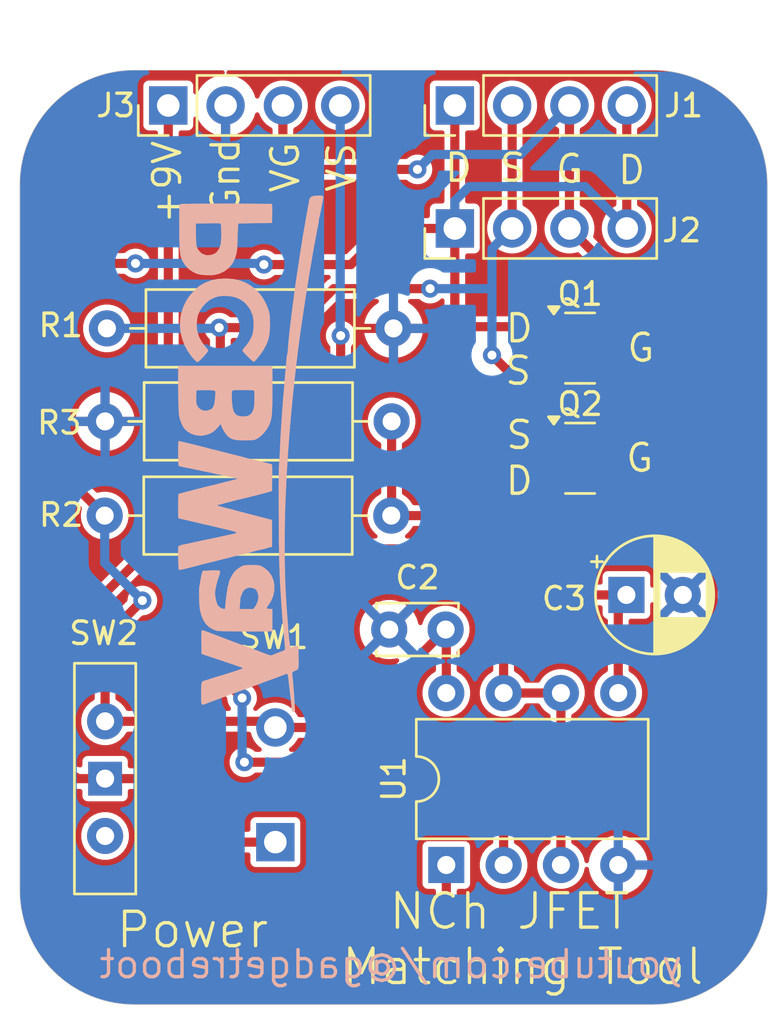
<source format=kicad_pcb>
(kicad_pcb (version 20241229) (generator "pcbnew") (generator_version "9.0")
  (layers (0 "F.Cu" signal) (2 "B.Cu" signal) (13 "F.Paste" user) (15 "B.Paste" user) (5 "F.SilkS" user "F.Silkscreen") (7 "B.SilkS" user "B.Silkscreen") (1 "F.Mask" user) (3 "B.Mask" user) (25 "Edge.Cuts" user))
  (net 0 "")
  (net 1 "GNDREF")
  (net 2 "Net-(U1B-+)")
  (net 3 "VCC")
  (net 4 "Net-(J1-Pin_3)")
  (net 5 "Net-(J1-Pin_2)")
  (net 6 "Net-(J3-Pin_4)")
  (net 7 "Net-(J3-Pin_1)")
  (footprint "Capacitor_THT:C_Disc_D3.4mm_W2.1mm_P2.50mm" (layer "F.Cu") (at 104.3882 79.745399)
    (property "Reference" "C2" (at 1.25 -2.3 0) (layer "F.SilkS"))
    (property "Value" "100nF")
    (pad "1" thru_hole circle (at 0 0) (size 1.6 1.6) (drill 0.8) (layers "*.Cu" "*.Mask") (net 1 "GNDREF"))
    (pad "2" thru_hole circle (at 2.5 0) (size 1.6 1.6) (drill 0.8) (layers "*.Cu" "*.Mask") (net 3 "VCC"))
  )
  (footprint "Resistor_THT:R_Axial_DIN0309_L9.0mm_D3.2mm_P12.70mm_Horizontal" (layer "F.Cu") (at 91.8746 66.4038)
    (property "Reference" "R1" (at -2.0468 -0.1332 0) (layer "F.SilkS"))
    (property "Value" "10K")
    (pad "1" thru_hole circle (at 0 0) (size 1.6 1.6) (drill 0.8) (layers "*.Cu" "*.Mask") (net 5 "Net-(J1-Pin_2)"))
    (pad "2" thru_hole oval (at 12.7 0) (size 1.6 1.6) (drill 0.8) (layers "*.Cu" "*.Mask") (net 1 "GNDREF"))
  )
  (footprint "Resistor_THT:R_Axial_DIN0309_L9.0mm_D3.2mm_P12.70mm_Horizontal" (layer "F.Cu") (at 91.777 74.6986)
    (property "Reference" "R2" (at -1.9304 -0.0276 0) (layer "F.SilkS"))
    (property "Value" "10K")
    (pad "1" thru_hole circle (at 0 0) (size 1.6 1.6) (drill 0.8) (layers "*.Cu" "*.Mask") (net 3 "VCC"))
    (pad "2" thru_hole oval (at 12.7 0) (size 1.6 1.6) (drill 0.8) (layers "*.Cu" "*.Mask") (net 2 "Net-(U1B-+)"))
  )
  (footprint "Resistor_THT:R_Axial_DIN0309_L9.0mm_D3.2mm_P12.70mm_Horizontal" (layer "F.Cu") (at 104.493 70.5238 180)
    (property "Reference" "R3" (at 14.7272 -0.0632 180) (layer "F.SilkS"))
    (property "Value" "10K")
    (pad "1" thru_hole circle (at 0 0 180) (size 1.6 1.6) (drill 0.8) (layers "*.Cu" "*.Mask") (net 2 "Net-(U1B-+)"))
    (pad "2" thru_hole oval (at 12.7 0 180) (size 1.6 1.6) (drill 0.8) (layers "*.Cu" "*.Mask") (net 1 "GNDREF"))
  )
  (footprint "Package_DIP:DIP-8_W7.62mm" (layer "F.Cu") (at 106.917 90.1786 90)
    (property "Reference" "U1" (at 3.81 -2.33 90) (layer "F.SilkS"))
    (property "Value" "TL072")
    (pad "1" thru_hole rect (at 0 0 90) (size 1.6 1.6) (drill 0.8) (layers "*.Cu" "*.Mask") (net 4 "Net-(J1-Pin_3)"))
    (pad "2" thru_hole oval (at 0 2.54 90) (size 1.6 1.6) (drill 0.8) (layers "*.Cu" "*.Mask") (net 5 "Net-(J1-Pin_2)"))
    (pad "3" thru_hole oval (at 0 5.079999 90) (size 1.6 1.6) (drill 0.8) (layers "*.Cu" "*.Mask") (net 6 "Net-(J3-Pin_4)"))
    (pad "4" thru_hole oval (at 0 7.62 90) (size 1.6 1.6) (drill 0.8) (layers "*.Cu" "*.Mask") (net 1 "GNDREF"))
    (pad "5" thru_hole oval (at 7.62 7.62 90) (size 1.6 1.6) (drill 0.8) (layers "*.Cu" "*.Mask") (net 2 "Net-(U1B-+)"))
    (pad "6" thru_hole oval (at 7.62 5.08 90) (size 1.6 1.6) (drill 0.8) (layers "*.Cu" "*.Mask") (net 6 "Net-(J3-Pin_4)"))
    (pad "7" thru_hole oval (at 7.62 2.54 90) (size 1.6 1.6) (drill 0.8) (layers "*.Cu" "*.Mask") (net 6 "Net-(J3-Pin_4)"))
    (pad "8" thru_hole oval (at 7.62 0 90) (size 1.6 1.6) (drill 0.8) (layers "*.Cu" "*.Mask") (net 3 "VCC"))
  )
  (footprint "Connector_PinHeader_2.54mm:PinHeader_1x04_P2.54mm_Vertical" (layer "F.Cu") (at 107.2948 56.526999 90)
    (property "Reference" "J1" (at -0.001401 10.141399 180) (layer "F.SilkS"))
    (property "Value" "Conn_01x04")
    (pad "1" thru_hole rect (at 0 0 90) (size 1.7 1.7) (drill 1) (layers "*.Cu" "*.Mask") (net 3 "VCC"))
    (pad "2" thru_hole oval (at 0 2.54 90) (size 1.7 1.7) (drill 1) (layers "*.Cu" "*.Mask") (net 5 "Net-(J1-Pin_2)"))
    (pad "3" thru_hole oval (at 0 5.079999 90) (size 1.7 1.7) (drill 1) (layers "*.Cu" "*.Mask") (net 4 "Net-(J1-Pin_3)"))
    (pad "4" thru_hole oval (at 0 7.62 90) (size 1.7 1.7) (drill 1) (layers "*.Cu" "*.Mask") (net 3 "VCC"))
  )
  (footprint "Connector_PinHeader_2.54mm:PinHeader_1x04_P2.54mm_Vertical" (layer "F.Cu") (at 107.2948 61.976 90)
    (property "Reference" "J2" (at -0.0896 10.0532 180) (layer "F.SilkS"))
    (property "Value" "Conn_01x04")
    (pad "1" thru_hole rect (at 0 0 90) (size 1.7 1.7) (drill 1) (layers "*.Cu" "*.Mask") (net 3 "VCC"))
    (pad "2" thru_hole oval (at 0 2.54 90) (size 1.7 1.7) (drill 1) (layers "*.Cu" "*.Mask") (net 5 "Net-(J1-Pin_2)"))
    (pad "3" thru_hole oval (at 0 5.079999 90) (size 1.7 1.7) (drill 1) (layers "*.Cu" "*.Mask") (net 4 "Net-(J1-Pin_3)"))
    (pad "4" thru_hole oval (at 0 7.62 90) (size 1.7 1.7) (drill 1) (layers "*.Cu" "*.Mask") (net 3 "VCC"))
  )
  (footprint "Footprints:PushButton" (layer "F.Cu") (at 99.3398 89.165 90)
    (property "Reference" "SW1" (at 9.0792 -0.0656 180) (layer "F.SilkS"))
    (property "Value" "SW_Push")
    (pad "1" thru_hole rect (at 0 0 90) (size 1.69926 1.69926) (drill 1) (layers "*.Cu" "*.Mask") (net 7 "Net-(J3-Pin_1)"))
    (pad "2" thru_hole circle (at 5.079999 0 90) (size 1.69926 1.69926) (drill 1) (layers "*.Cu" "*.Mask") (net 3 "VCC"))
  )
  (footprint "Package_TO_SOT_SMD:SOT-23" (layer "F.Cu") (at 112.845 72.1574)
    (property "Reference" "Q2" (at 0 -2.4 0) (layer "F.SilkS"))
    (property "Value" "BF545C")
    (pad "1" smd roundrect (at -0.9375 -0.95) (size 1.475 0.6) (layers "F.Cu" "F.Mask" "F.Paste") (net 5 "Net-(J1-Pin_2)"))
    (pad "2" smd roundrect (at -0.9375 0.95) (size 1.475 0.6) (layers "F.Cu" "F.Mask" "F.Paste") (net 3 "VCC"))
    (pad "3" smd roundrect (at 0.9375 0) (size 1.475 0.6) (layers "F.Cu" "F.Mask" "F.Paste") (net 4 "Net-(J1-Pin_3)"))
  )
  (footprint "Button_Switch_THT:SW_Slide-03_Wuerth-WS-SLTV_10x2.5x6.4_P2.54mm" (layer "F.Cu") (at 91.7946 86.3518 -90)
    (property "Reference" "SW2" (at -6.4424 0.058 180) (layer "F.SilkS"))
    (property "Value" "SW_SPST")
    (pad "1" thru_hole rect (at 0 0 270) (size 1.5 1.5) (drill 0.8) (layers "*.Cu" "*.Mask") (net 7 "Net-(J3-Pin_1)"))
    (pad "2" thru_hole circle (at -2.54 0 270) (size 1.6 1.6) (drill 0.8) (layers "*.Cu" "*.Mask") (net 3 "VCC"))
    (pad "3" thru_hole circle (at 2.54 0 270) (size 1.6 1.6) (drill 0.8) (layers "*.Cu" "*.Mask"))
  )
  (footprint "Connector_PinHeader_2.54mm:PinHeader_1x04_P2.54mm_Vertical" (layer "F.Cu") (at 94.5948 56.526999 90)
    (property "Reference" "J3" (at 0 -2.33 180) (layer "F.SilkS"))
    (property "Value" "Conn_01x04")
    (pad "1" thru_hole rect (at 0 0 90) (size 1.7 1.7) (drill 1) (layers "*.Cu" "*.Mask") (net 7 "Net-(J3-Pin_1)"))
    (pad "2" thru_hole oval (at 0 2.54 90) (size 1.7 1.7) (drill 1) (layers "*.Cu" "*.Mask") (net 1 "GNDREF"))
    (pad "3" thru_hole oval (at 0 5.079999 90) (size 1.7 1.7) (drill 1) (layers "*.Cu" "*.Mask") (net 4 "Net-(J1-Pin_3)"))
    (pad "4" thru_hole oval (at 0 7.62 90) (size 1.7 1.7) (drill 1) (layers "*.Cu" "*.Mask") (net 6 "Net-(J3-Pin_4)"))
  )
  (footprint "Capacitor_THT:CP_Radial_D5.0mm_P2.50mm" (layer "F.Cu") (at 114.898775 78.213)
    (property "Reference" "C3" (at -2.7632 0.1616 0) (layer "F.SilkS"))
    (property "Value" "10uF")
    (pad "1" thru_hole rect (at 0 0) (size 1.6 1.6) (drill 0.8) (layers "*.Cu" "*.Mask") (net 2 "Net-(U1B-+)"))
    (pad "2" thru_hole circle (at 2.5 0) (size 1.6 1.6) (drill 0.8) (layers "*.Cu" "*.Mask") (net 1 "GNDREF"))
  )
  (footprint "Package_TO_SOT_SMD:SOT-23" (layer "F.Cu") (at 112.845 67.2784)
    (property "Reference" "Q1" (at 0 -2.4 0) (layer "F.SilkS"))
    (property "Value" "BSR56")
    (pad "1" smd roundrect (at -0.9375 -0.95) (size 1.475 0.6) (layers "F.Cu" "F.Mask" "F.Paste") (net 3 "VCC"))
    (pad "2" smd roundrect (at -0.9375 0.95) (size 1.475 0.6) (layers "F.Cu" "F.Mask" "F.Paste") (net 5 "Net-(J1-Pin_2)"))
    (pad "3" smd roundrect (at 0.9375 0) (size 1.475 0.6) (layers "F.Cu" "F.Mask" "F.Paste") (net 4 "Net-(J1-Pin_3)"))
  )
  (footprint "_Custom_Footprints:pcb way logo" (layer "B.Cu") (at 98.9258 71.9522 -90)
    (property "Reference" "G***" (hide yes))
    (property "Value" "LOGO" (hide yes))
  )
  (gr_arc (start 121.15 91.284) (mid 119.662102 94.876102) (end 116.07 96.364) (stroke (width 0.0254)) (layer "Edge.Cuts"))
  (gr_line (start 121.151 60.035) (end 121.151 91.281) (stroke (width 0.0254)) (layer "Edge.Cuts"))
  (gr_line (start 88.011 91.284) (end 88.011 60.038) (stroke (width 0.0254)) (layer "Edge.Cuts"))
  (gr_line (start 93.091 54.958) (end 116.07 54.958) (stroke (width 0.0254)) (layer "Edge.Cuts"))
  (gr_line (start 116.07 96.364) (end 93.091 96.364) (stroke (width 0.0254)) (layer "Edge.Cuts"))
  (gr_arc (start 116.07 54.958) (mid 119.662102 56.445898) (end 121.15 60.038) (stroke (width 0.0254)) (layer "Edge.Cuts"))
  (gr_arc (start 93.091 96.364) (mid 89.498898 94.876102) (end 88.011 91.284) (stroke (width 0.0254)) (layer "Edge.Cuts"))
  (gr_arc (start 88.011 60.038) (mid 89.498898 56.445898) (end 93.091 54.958) (stroke (width 0.0254)) (layer "Edge.Cuts"))
  (gr_text "Gnd" (at 97.1374 59.671 90) (layer "F.SilkS") (effects (font (size 1.2 1.2))))
  (gr_text "NCh JFET \nMatching Tool" (at 110.3014 93.4598 0) (layer "F.SilkS") (effects (font (size 1.524 1.524))))
  (gr_text "S" (at 110.102601 68.283 0) (layer "F.SilkS") (effects (font (size 1.2 1.2))))
  (gr_text "+9V" (at 94.5466 59.925 90) (layer "F.SilkS") (effects (font (size 1.2 1.2))))
  (gr_text "D" (at 115.131801 59.393 0) (layer "F.SilkS") (effects (font (size 1.2 1.2))))
  (gr_text "G" (at 112.388601 59.3422 0) (layer "F.SilkS") (effects (font (size 1.2 1.2))))
  (gr_text "G" (at 115.538201 67.267 0) (layer "F.SilkS") (effects (font (size 1.2 1.2))))
  (gr_text "D" (at 107.461001 59.2914 0) (layer "F.SilkS") (effects (font (size 1.2 1.2))))
  (gr_text "S" (at 109.848601 59.2914 0) (layer "F.SilkS") (effects (font (size 1.2 1.2))))
  (gr_text "S" (at 110.153401 71.1278 0) (layer "F.SilkS") (effects (font (size 1.2 1.2))))
  (gr_text "G" (at 115.487401 72.1438 0) (layer "F.SilkS") (effects (font (size 1.2 1.2))))
  (gr_text "VS" (at 102.2682 59.2646 90) (layer "F.SilkS") (effects (font (size 1.2 1.2))))
  (gr_text "Power" (at 95.671 93.0534 0) (layer "F.SilkS") (effects (font (size 1.524 1.524))))
  (gr_text "D" (at 110.153401 73.1598 0) (layer "F.SilkS") (effects (font (size 1.2 1.2))))
  (gr_text "VG" (at 99.779 59.2646 90) (layer "F.SilkS") (effects (font (size 1.2 1.2))))
  (gr_text "D" (at 110.153401 66.4034 0) (layer "F.SilkS") (effects (font (size 1.2 1.2))))
  (gr_text "youtube.com/@gadgetreboot" (at 104.4594 94.5774 0) (layer "B.SilkS") (effects (font (size 1.2 1.2)) (justify mirror)))
  (segment (start 114.537 82.5586) (end 114.537 78.574775) (width 0.4064) (layer "F.Cu") (net 2))
  (segment (start 114.898775 78.213) (end 111.3854 78.213) (width 0.4064) (layer "F.Cu") (net 2))
  (segment (start 104.493 70.5238) (end 104.493 74.6826) (width 0.4064) (layer "F.Cu") (net 2))
  (segment (start 111.3854 78.213) (end 107.871 74.6986) (width 0.4064) (layer "F.Cu") (net 2))
  (segment (start 107.871 74.6986) (end 104.477 74.6986) (width 0.4064) (layer "F.Cu") (net 2))
  (segment (start 114.537 78.574775) (end 114.898775 78.213) (width 0.4064) (layer "F.Cu") (net 2))
  (segment (start 104.493 74.6826) (end 104.477 74.6986) (width 0.4064) (layer "F.Cu") (net 2))
  (segment (start 104.2924 61.976) (end 107.2948 61.976) (width 0.4064) (layer "F.Cu") (net 3))
  (segment (start 102.6922 63.5762) (end 104.2924 61.976) (width 0.4064) (layer "F.Cu") (net 3))
  (segment (start 91.7946 80.1126) (end 93.4466 78.4606) (width 0.4064) (layer "F.Cu") (net 3))
  (segment (start 107.315 70.5866) (end 107.2948 70.5664) (width 0.4064) (layer "F.Cu") (net 3))
  (segment (start 89.4842 72.4058) (end 89.4842 71.501) (width 0.4064) (layer "F.Cu") (net 3))
  (segment (start 107.2948 66.3082) (end 107.2948 64.4704) (width 0.4064) (layer "F.Cu") (net 3))
  (segment (start 99.066599 83.8118) (end 99.3398 84.085001) (width 0.4064) (layer "F.Cu") (net 3))
  (segment (start 91.7946 83.8118) (end 91.7946 80.1126) (width 0.4064) (layer "F.Cu") (net 3))
  (segment (start 89.4842 65.4558) (end 91.313 63.627) (width 0.4064) (layer "F.Cu") (net 3))
  (segment (start 106.917 79.774199) (end 106.8882 79.745399) (width 0.4064) (layer "F.Cu") (net 3))
  (segment (start 91.777 74.6986) (end 89.4842 72.4058) (width 0.4064) (layer "F.Cu") (net 3))
  (segment (start 91.7946 83.8118) (end 99.066599 83.8118) (width 0.4064) (layer "F.Cu") (net 3))
  (segment (start 109.531 73.1074) (end 107.315 70.8914) (width 0.4064) (layer "F.Cu") (net 3))
  (segment (start 89.4842 71.501) (end 89.4842 65.4558) (width 0.4064) (layer "F.Cu") (net 3))
  (segment (start 107.315 70.8914) (end 107.315 70.5866) (width 0.4064) (layer "F.Cu") (net 3))
  (segment (start 106.8882 79.745399) (end 102.548598 84.085001) (width 0.4064) (layer "F.Cu") (net 3))
  (segment (start 114.9148 56.526999) (end 114.9148 61.976) (width 0.4064) (layer "F.Cu") (net 3))
  (segment (start 91.313 63.627) (end 91.4146 63.5254) (width 0.4064) (layer "F.Cu") (net 3))
  (segment (start 98.8314 63.5762) (end 102.6922 63.5762) (width 0.4064) (layer "F.Cu") (net 3))
  (segment (start 107.2948 70.5664) (end 107.2948 64.4704) (width 0.4064) (layer "F.Cu") (net 3))
  (segment (start 111.9075 66.3284) (end 107.315 66.3284) (width 0.4064) (layer "F.Cu") (net 3))
  (segment (start 107.2948 56.526999) (end 107.2948 61.976) (width 0.4064) (layer "F.Cu") (net 3))
  (segment (start 102.548598 84.085001) (end 99.3398 84.085001) (width 0.4064) (layer "F.Cu") (net 3))
  (segment (start 107.2948 64.4704) (end 107.2948 61.976) (width 0.4064) (layer "F.Cu") (net 3))
  (segment (start 91.4146 63.5254) (end 93.1418 63.5254) (width 0.4064) (layer "F.Cu") (net 3))
  (segment (start 111.9075 73.1074) (end 109.531 73.1074) (width 0.4064) (layer "F.Cu") (net 3))
  (segment (start 106.917 82.5586) (end 106.917 79.774199) (width 0.4064) (layer "F.Cu") (net 3))
  (segment (start 107.315 66.3284) (end 107.2948 66.3082) (width 0.4064) (layer "F.Cu") (net 3))
  (via (at 98.8314 63.5762) (size 0.8) (drill 0.4) (layers "F.Cu" "B.Cu") (net 3))
  (via (at 93.1418 63.5254) (size 0.8) (drill 0.4) (layers "F.Cu" "B.Cu") (net 3))
  (via (at 93.4466 78.4606) (size 0.8) (drill 0.4) (layers "F.Cu" "B.Cu") (net 3))
  (segment (start 107.9246 60.1218) (end 107.2948 60.7516) (width 0.4064) (layer "B.Cu") (net 3))
  (segment (start 113.0606 60.1218) (end 107.9246 60.1218) (width 0.4064) (layer "B.Cu") (net 3))
  (segment (start 114.9148 61.976) (end 113.0606 60.1218) (width 0.4064) (layer "B.Cu") (net 3))
  (segment (start 93.1418 63.5254) (end 98.7806 63.5254) (width 0.4064) (layer "B.Cu") (net 3))
  (segment (start 93.4466 78.4606) (end 91.777 76.791) (width 0.4064) (layer "B.Cu") (net 3))
  (segment (start 91.777 76.791) (end 91.777 74.6986) (width 0.4064) (layer "B.Cu") (net 3))
  (segment (start 107.2948 60.7516) (end 107.2948 61.976) (width 0.4064) (layer "B.Cu") (net 3))
  (segment (start 98.7806 63.5254) (end 98.8314 63.5762) (width 0.4064) (layer "B.Cu") (net 3))
  (segment (start 99.674799 56.526999) (end 99.674799 58.526799) (width 0.4064) (layer "F.Cu") (net 4))
  (segment (start 119.4054 69.006601) (end 112.374799 61.976) (width 0.4064) (layer "F.Cu") (net 4))
  (segment (start 113.7825 67.2784) (end 113.7825 72.1574) (width 0.4064) (layer "F.Cu") (net 4))
  (segment (start 112.374799 56.526999) (end 112.374799 61.976) (width 0.4064) (layer "F.Cu") (net 4))
  (segment (start 119.3586 72.1574) (end 119.4054 72.1106) (width 0.4064) (layer "F.Cu") (net 4))
  (segment (start 106.917 91.7786) (end 107.569 92.4306) (width 0.4064) (layer "F.Cu") (net 4))
  (segment (start 117.1194 92.4306) (end 119.4054 90.1446) (width 0.4064) (layer "F.Cu") (net 4))
  (segment (start 100.5078 59.3598) (end 105.6386 59.3598) (width 0.4064) (layer "F.Cu") (net 4))
  (segment (start 106.917 90.1786) (end 106.917 91.7786) (width 0.4064) (layer "F.Cu") (net 4))
  (segment (start 99.674799 58.526799) (end 100.5078 59.3598) (width 0.4064) (layer "F.Cu") (net 4))
  (segment (start 113.7825 72.1574) (end 119.3586 72.1574) (width 0.4064) (layer "F.Cu") (net 4))
  (segment (start 119.4054 90.1446) (end 119.4054 72.1106) (width 0.4064) (layer "F.Cu") (net 4))
  (segment (start 107.569 92.4306) (end 117.1194 92.4306) (width 0.4064) (layer "F.Cu") (net 4))
  (segment (start 119.4054 72.1106) (end 119.4054 69.006601) (width 0.4064) (layer "F.Cu") (net 4))
  (via (at 105.6386 59.3598) (size 0.8) (drill 0.4) (layers "F.Cu" "B.Cu") (net 4))
  (segment (start 105.6386 59.3598) (end 106.299 58.6994) (width 0.4064) (layer "B.Cu") (net 4))
  (segment (start 106.299 58.6994) (end 110.202398 58.6994) (width 0.4064) (layer "B.Cu") (net 4))
  (segment (start 110.202398 58.6994) (end 112.374799 56.526999) (width 0.4064) (layer "B.Cu") (net 4))
  (segment (start 109.457 88.7814) (end 109.457 90.1786) (width 0.4064) (layer "F.Cu") (net 5))
  (segment (start 106.299 85.6234) (end 109.457 88.7814) (width 0.4064) (layer "F.Cu") (net 5))
  (segment (start 96.901 66.421) (end 96.8502 66.3702) (width 0.4064) (layer "F.Cu") (net 5))
  (segment (start 96.901 81.8134) (end 96.901 66.421) (width 0.4064) (layer "F.Cu") (net 5))
  (segment (start 96.8502 66.3702) (end 100.203 66.3702) (width 0.4064) (layer "F.Cu") (net 5))
  (segment (start 97.9678 85.6234) (end 106.299 85.6234) (width 0.4064) (layer "F.Cu") (net 5))
  (segment (start 111.9075 71.2074) (end 111.9075 68.2284) (width 0.4064) (layer "F.Cu") (net 5))
  (segment (start 109.5796 68.2284) (end 108.9406 67.5894) (width 0.4064) (layer "F.Cu") (net 5))
  (segment (start 101.9302 64.643) (end 106.1974 64.643) (width 0.4064) (layer "F.Cu") (net 5))
  (segment (start 109.8348 56.526999) (end 109.8348 61.976) (width 0.4064) (layer "F.Cu") (net 5))
  (segment (start 111.9075 68.2284) (end 109.5796 68.2284) (width 0.4064) (layer "F.Cu") (net 5))
  (segment (start 97.8662 82.7786) (end 96.901 81.8134) (width 0.4064) (layer "F.Cu") (net 5))
  (segment (start 100.203 66.3702) (end 101.9302 64.643) (width 0.4064) (layer "F.Cu") (net 5))
  (via (at 108.9406 67.5894) (size 0.8) (drill 0.4) (layers "F.Cu" "B.Cu") (net 5))
  (via (at 97.8662 82.7786) (size 0.8) (drill 0.4) (layers "F.Cu" "B.Cu") (net 5))
  (via (at 106.1974 64.643) (size 0.8) (drill 0.4) (layers "F.Cu" "B.Cu") (net 5))
  (via (at 97.9678 85.6234) (size 0.8) (drill 0.4) (layers "F.Cu" "B.Cu") (net 5))
  (via (at 96.8502 66.3702) (size 0.8) (drill 0.4) (layers "F.Cu" "B.Cu") (net 5))
  (segment (start 108.8898 64.643) (end 108.9406 64.6938) (width 0.4064) (layer "B.Cu") (net 5))
  (segment (start 96.8166 66.4038) (end 96.8502 66.3702) (width 0.4064) (layer "B.Cu") (net 5))
  (segment (start 97.9678 85.6234) (end 97.8662 85.5218) (width 0.4064) (layer "B.Cu") (net 5))
  (segment (start 108.9406 64.6938) (end 108.9406 62.8702) (width 0.4064) (layer "B.Cu") (net 5))
  (segment (start 108.9406 62.8702) (end 109.8348 61.976) (width 0.4064) (layer "B.Cu") (net 5))
  (segment (start 106.1974 64.643) (end 108.8898 64.643) (width 0.4064) (layer "B.Cu") (net 5))
  (segment (start 97.8662 85.5218) (end 97.8662 82.7786) (width 0.4064) (layer "B.Cu") (net 5))
  (segment (start 108.9406 67.5894) (end 108.9406 64.6938) (width 0.4064) (layer "B.Cu") (net 5))
  (segment (start 91.8746 66.4038) (end 96.8166 66.4038) (width 0.4064) (layer "B.Cu") (net 5))
  (segment (start 111.997 82.5586) (end 109.457 82.5586) (width 0.4064) (layer "F.Cu") (net 6))
  (segment (start 102.235 66.7258) (end 102.235 75.4634) (width 0.4064) (layer "F.Cu") (net 6))
  (segment (start 102.235 75.4634) (end 102.9462 76.1746) (width 0.4064) (layer "F.Cu") (net 6))
  (segment (start 111.996999 82.558601) (end 111.997 82.5586) (width 0.4064) (layer "F.Cu") (net 6))
  (segment (start 111.996999 90.1786) (end 111.996999 82.558601) (width 0.4064) (layer "F.Cu") (net 6))
  (segment (start 109.457 79.4342) (end 109.457 82.5586) (width 0.4064) (layer "F.Cu") (net 6))
  (segment (start 106.1974 76.1746) (end 109.457 79.4342) (width 0.4064) (layer "F.Cu") (net 6))
  (segment (start 102.9462 76.1746) (end 106.1974 76.1746) (width 0.4064) (layer "F.Cu") (net 6))
  (via (at 102.235 66.7258) (size 0.8) (drill 0.4) (layers "F.Cu" "B.Cu") (net 6))
  (segment (start 102.2148 56.526999) (end 102.2148 66.7056) (width 0.4064) (layer "B.Cu") (net 6))
  (segment (start 102.2148 66.7056) (end 102.235 66.7258) (width 0.4064) (layer "B.Cu") (net 6))
  (segment (start 89.5858 80.3402) (end 89.6366 80.391) (width 0.4064) (layer "F.Cu") (net 7))
  (segment (start 94.8354 86.3518) (end 91.7946 86.3518) (width 0.4064) (layer "F.Cu") (net 7))
  (segment (start 94.5948 75.3312) (end 89.5858 80.3402) (width 0.4064) (layer "F.Cu") (net 7))
  (segment (start 94.5948 56.526999) (end 94.5948 75.3312) (width 0.4064) (layer "F.Cu") (net 7))
  (segment (start 89.6366 80.391) (end 89.6366 85.6742) (width 0.4064) (layer "F.Cu") (net 7))
  (segment (start 89.6366 85.6742) (end 90.2462 86.2838) (width 0.4064) (layer "F.Cu") (net 7))
  (segment (start 97.6486 89.165) (end 94.8354 86.3518) (width 0.4064) (layer "F.Cu") (net 7))
  (segment (start 90.5682 86.3518) (end 91.7946 86.3518) (width 0.4064) (layer "F.Cu") (net 7))
  (segment (start 90.5002 86.2838) (end 90.5682 86.3518) (width 0.4064) (layer "F.Cu") (net 7))
  (segment (start 99.3398 89.165) (end 97.6486 89.165) (width 0.4064) (layer "F.Cu") (net 7))
  (segment (start 90.2462 86.2838) (end 90.5002 86.2838) (width 0.4064) (layer "F.Cu") (net 7))
  (zone (net 1) (net_name "GNDREF") (layer "F.Cu") (connect_pads (clearance 0.254)) (min_thickness 0.2032) (fill yes (thermal_gap 0.508) (thermal_bridge_width 0.4064))
    (polygon (pts (xy 88.004609 54.778072) (xy 121.648775 54.597776) (xy 121.373226 96.944224) (xy 87.74176 97.01022)))
  )
  (zone (net 1) (net_name "GNDREF") (layer "B.Cu") (connect_pads (clearance 0.508)) (min_thickness 0.2032) (fill yes (thermal_gap 0.762) (thermal_bridge_width 0.4064))
    (polygon (pts (xy 87.81807 54.74716) (xy 121.634055 55.079265) (xy 121.887945 97.219135) (xy 88.01354 97.01657)))
  )
)
</source>
